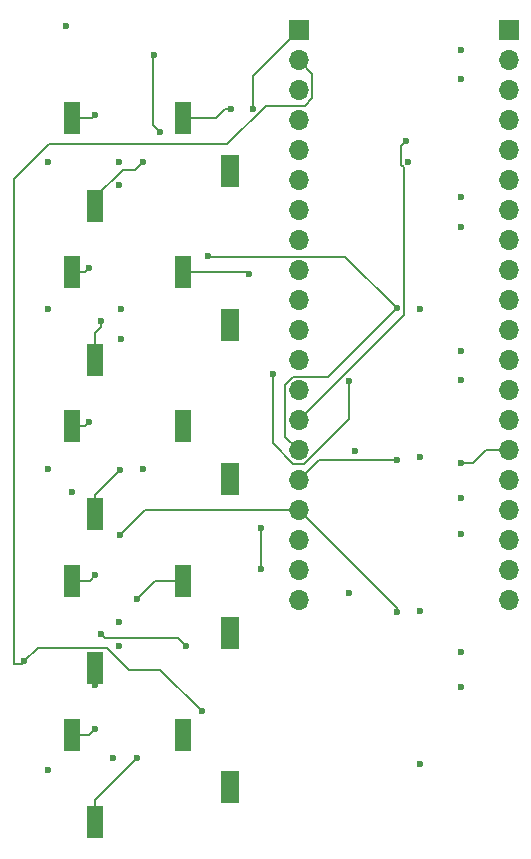
<source format=gbl>
G04 #@! TF.GenerationSoftware,KiCad,Pcbnew,8.0.1*
G04 #@! TF.CreationDate,2024-03-31T18:38:23-05:00*
G04 #@! TF.ProjectId,dinoctopus_v2,64696e6f-6374-46f7-9075-735f76322e6b,rev?*
G04 #@! TF.SameCoordinates,Original*
G04 #@! TF.FileFunction,Copper,L4,Bot*
G04 #@! TF.FilePolarity,Positive*
%FSLAX46Y46*%
G04 Gerber Fmt 4.6, Leading zero omitted, Abs format (unit mm)*
G04 Created by KiCad (PCBNEW 8.0.1) date 2024-03-31 18:38:23*
%MOMM*%
%LPD*%
G01*
G04 APERTURE LIST*
G04 #@! TA.AperFunction,ComponentPad*
%ADD10R,1.700000X1.700000*%
G04 #@! TD*
G04 #@! TA.AperFunction,ComponentPad*
%ADD11O,1.700000X1.700000*%
G04 #@! TD*
G04 #@! TA.AperFunction,SMDPad,CuDef*
%ADD12R,1.400000X2.800000*%
G04 #@! TD*
G04 #@! TA.AperFunction,SMDPad,CuDef*
%ADD13R,1.600000X2.800000*%
G04 #@! TD*
G04 #@! TA.AperFunction,ViaPad*
%ADD14C,0.600000*%
G04 #@! TD*
G04 #@! TA.AperFunction,Conductor*
%ADD15C,0.200000*%
G04 #@! TD*
G04 APERTURE END LIST*
D10*
X69000000Y-31866932D03*
D11*
X69000000Y-34406932D03*
X69000000Y-36946932D03*
X69000000Y-39486932D03*
X69000000Y-42026932D03*
X69000000Y-44566932D03*
X69000000Y-47106932D03*
X69000000Y-49646932D03*
X69000000Y-52186932D03*
X69000000Y-54726932D03*
X69000000Y-57266932D03*
X69000000Y-59806932D03*
X69000000Y-62346932D03*
X69000000Y-64886932D03*
X69000000Y-67426932D03*
X69000000Y-69966932D03*
X69000000Y-72506932D03*
X69000000Y-75046932D03*
X69000000Y-77586932D03*
X69000000Y-80126932D03*
X51217784Y-80125663D03*
X51217784Y-77585663D03*
X51217784Y-75045663D03*
X51217784Y-72505663D03*
X51217784Y-69965663D03*
X51217784Y-67425663D03*
X51217784Y-64885663D03*
X51217784Y-62345663D03*
X51217784Y-59805663D03*
X51217784Y-57265663D03*
X51217784Y-54725663D03*
X51217784Y-52185663D03*
X51217784Y-49645663D03*
X51217784Y-47105663D03*
X51217784Y-44565663D03*
X51217784Y-42025663D03*
X51217784Y-39485663D03*
X51217784Y-36945663D03*
X51217784Y-34405663D03*
D10*
X51217784Y-31865663D03*
D12*
X32000000Y-39322222D03*
X41400000Y-39322222D03*
X34000000Y-46722222D03*
D13*
X45400000Y-43772222D03*
D12*
X32000000Y-52366666D03*
X41400000Y-52366666D03*
X34000000Y-59766666D03*
D13*
X45400000Y-56816666D03*
D12*
X32000000Y-65411110D03*
X41400000Y-65411110D03*
X34000000Y-72811110D03*
D13*
X45400000Y-69861110D03*
X45400000Y-95949998D03*
D12*
X34000000Y-98899998D03*
X41400000Y-91499998D03*
X32000000Y-91499998D03*
X32000000Y-78455554D03*
X41400000Y-78455554D03*
X34000000Y-85855554D03*
D13*
X45400000Y-82905554D03*
D14*
X47000000Y-52500000D03*
X34500000Y-83000000D03*
X41675000Y-84000000D03*
X34500000Y-56500000D03*
X65000000Y-68500000D03*
X32000000Y-71000000D03*
X36078103Y-69120171D03*
X38000000Y-69000000D03*
X36106555Y-74606555D03*
X48000000Y-74000000D03*
X48000000Y-77500000D03*
X43000000Y-89500000D03*
X34000000Y-87277776D03*
X36000000Y-82000000D03*
X36000000Y-84000000D03*
X30000000Y-94500000D03*
X37500000Y-80000000D03*
X49000000Y-61000000D03*
X55470000Y-61540000D03*
X41400000Y-64388886D03*
X30000000Y-69000000D03*
X30000000Y-55500000D03*
X59500000Y-81125000D03*
X59500000Y-68250000D03*
X60292328Y-41284184D03*
X55500000Y-79500000D03*
X56000000Y-67500000D03*
X34000000Y-78000000D03*
X37500000Y-93500000D03*
X35500000Y-93500000D03*
X41400000Y-90477774D03*
X36175000Y-58000000D03*
X36175000Y-55500000D03*
X43500000Y-51000000D03*
X59500000Y-55375000D03*
X39500000Y-40500000D03*
X39000000Y-34000000D03*
X60500000Y-43000000D03*
X61500000Y-55500000D03*
X61500000Y-68000000D03*
X61500000Y-81000000D03*
X61500000Y-94000000D03*
X65000000Y-87500000D03*
X65000000Y-84500000D03*
X65000000Y-74500000D03*
X65000000Y-71500000D03*
X65000000Y-61500000D03*
X65000000Y-59000000D03*
X65000000Y-48500000D03*
X65000000Y-46000000D03*
X65000000Y-36000000D03*
X65000000Y-33500000D03*
X28000000Y-85287500D03*
X38000000Y-43000000D03*
X36000000Y-45000000D03*
X36000000Y-43000000D03*
X34000000Y-91000000D03*
X33500000Y-65000000D03*
X33500000Y-52000000D03*
X34000000Y-39000000D03*
X47325000Y-38500000D03*
X45500000Y-38500000D03*
X30000000Y-43000000D03*
X31500000Y-31500000D03*
D15*
X47000000Y-52500000D02*
X46866666Y-52366666D01*
X46866666Y-52366666D02*
X41400000Y-52366666D01*
X36106555Y-74606555D02*
X38207448Y-72505663D01*
X38207448Y-72505663D02*
X51217784Y-72505663D01*
X34500000Y-83000000D02*
X34855554Y-83355554D01*
X34855554Y-83355554D02*
X41030554Y-83355554D01*
X41030554Y-83355554D02*
X41675000Y-84000000D01*
X34500000Y-56500000D02*
X34500000Y-57000000D01*
X34500000Y-57000000D02*
X34000000Y-57500000D01*
X34000000Y-57500000D02*
X34000000Y-59766666D01*
X65000000Y-68500000D02*
X66000000Y-68500000D01*
X66000000Y-68500000D02*
X67073068Y-67426932D01*
X67073068Y-67426932D02*
X69000000Y-67426932D01*
X34000000Y-72811110D02*
X34000000Y-71198274D01*
X34000000Y-71198274D02*
X36078103Y-69120171D01*
X48000000Y-76500000D02*
X48000000Y-74000000D01*
X48000000Y-77500000D02*
X48000000Y-76500000D01*
X36844446Y-86000000D02*
X35000000Y-84155554D01*
X39500000Y-86000000D02*
X36844446Y-86000000D01*
X43000000Y-89500000D02*
X39500000Y-86000000D01*
X35000000Y-84155554D02*
X29131946Y-84155554D01*
X29131946Y-84155554D02*
X28000000Y-85287500D01*
X39044446Y-78455554D02*
X41400000Y-78455554D01*
X37500000Y-80000000D02*
X39044446Y-78455554D01*
X51694130Y-68575663D02*
X55470000Y-64799793D01*
X50741438Y-68575663D02*
X51694130Y-68575663D01*
X49000000Y-61000000D02*
X49000000Y-66834225D01*
X49000000Y-66834225D02*
X50741438Y-68575663D01*
X55470000Y-64799793D02*
X55470000Y-61540000D01*
X51217784Y-72505663D02*
X59500000Y-80787879D01*
X59500000Y-80787879D02*
X59500000Y-81125000D01*
X51217784Y-69965663D02*
X52933447Y-68250000D01*
X52933447Y-68250000D02*
X59500000Y-68250000D01*
X51217784Y-67425663D02*
X50067784Y-66275663D01*
X50067784Y-66275663D02*
X50067784Y-61869317D01*
X50067784Y-61869317D02*
X50741438Y-61195663D01*
X50741438Y-61195663D02*
X53679337Y-61195663D01*
X53679337Y-61195663D02*
X59500000Y-55375000D01*
X51217784Y-64885663D02*
X60100000Y-56003447D01*
X60100000Y-56003447D02*
X60100000Y-43448529D01*
X60100000Y-43448529D02*
X59900000Y-43248529D01*
X59900000Y-43248529D02*
X59900000Y-41676512D01*
X59900000Y-41676512D02*
X60292328Y-41284184D01*
X33544446Y-78455554D02*
X34000000Y-78000000D01*
X32000000Y-78455554D02*
X33544446Y-78455554D01*
X34000000Y-97000000D02*
X34000000Y-98899998D01*
X37500000Y-93500000D02*
X34000000Y-97000000D01*
X43535663Y-51035663D02*
X55160663Y-51035663D01*
X55160663Y-51035663D02*
X59500000Y-55375000D01*
X43500000Y-51000000D02*
X43535663Y-51035663D01*
X38900000Y-39900000D02*
X39500000Y-40500000D01*
X38900000Y-34100000D02*
X38900000Y-39900000D01*
X39000000Y-34000000D02*
X38900000Y-34100000D01*
X27787500Y-85500000D02*
X28000000Y-85287500D01*
X51217784Y-34405663D02*
X52367784Y-35555663D01*
X52367784Y-35555663D02*
X52367784Y-37632216D01*
X52367784Y-37632216D02*
X51748529Y-38251471D01*
X45173529Y-41500000D02*
X30100000Y-41500000D01*
X51748529Y-38251471D02*
X48422058Y-38251471D01*
X48422058Y-38251471D02*
X45173529Y-41500000D01*
X30100000Y-41500000D02*
X27100000Y-44500000D01*
X27100000Y-44500000D02*
X27100000Y-85500000D01*
X27100000Y-85500000D02*
X27787500Y-85500000D01*
X34000000Y-46022222D02*
X34000000Y-46722222D01*
X38000000Y-43000000D02*
X37340361Y-43659639D01*
X37340361Y-43659639D02*
X36362583Y-43659639D01*
X36362583Y-43659639D02*
X34000000Y-46022222D01*
X33500000Y-91500000D02*
X34000000Y-91000000D01*
X32500000Y-91500000D02*
X33500000Y-91500000D01*
X32000000Y-91499998D02*
X32499998Y-91499998D01*
X32499998Y-91499998D02*
X32500000Y-91500000D01*
X33088890Y-65411110D02*
X33500000Y-65000000D01*
X32000000Y-65411110D02*
X33088890Y-65411110D01*
X33133334Y-52366666D02*
X33500000Y-52000000D01*
X32000000Y-52366666D02*
X33133334Y-52366666D01*
X33677778Y-39322222D02*
X34000000Y-39000000D01*
X32000000Y-39322222D02*
X33677778Y-39322222D01*
X47325000Y-38500000D02*
X47325000Y-35758447D01*
X47325000Y-35758447D02*
X51217784Y-31865663D01*
X45500000Y-38500000D02*
X45000000Y-38500000D01*
X45000000Y-38500000D02*
X44177778Y-39322222D01*
X44177778Y-39322222D02*
X41400000Y-39322222D01*
M02*

</source>
